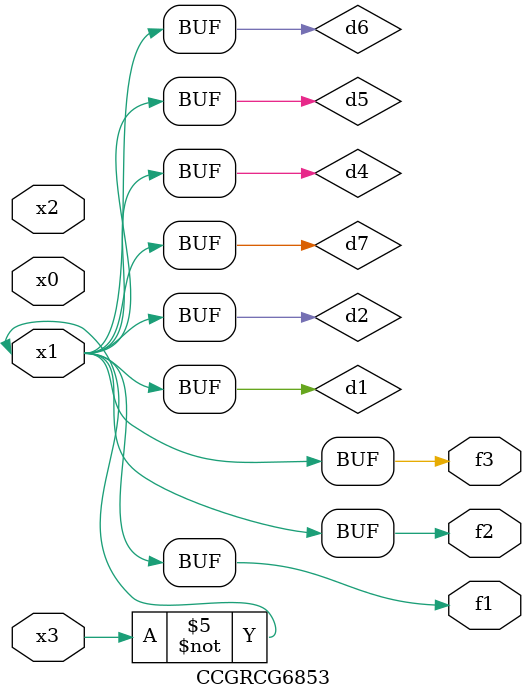
<source format=v>
module CCGRCG6853(
	input x0, x1, x2, x3,
	output f1, f2, f3
);

	wire d1, d2, d3, d4, d5, d6, d7;

	not (d1, x3);
	buf (d2, x1);
	xnor (d3, d1, d2);
	nor (d4, d1);
	buf (d5, d1, d2);
	buf (d6, d4, d5);
	nand (d7, d4);
	assign f1 = d6;
	assign f2 = d7;
	assign f3 = d6;
endmodule

</source>
